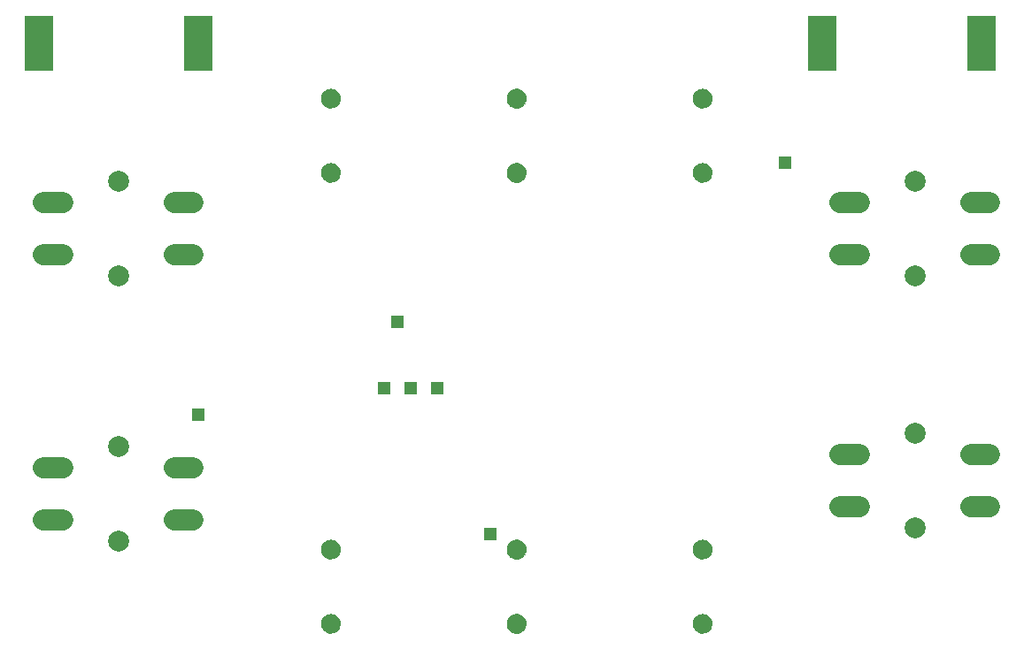
<source format=gts>
G75*
%MOIN*%
%OFA0B0*%
%FSLAX25Y25*%
%IPPOS*%
%LPD*%
%AMOC8*
5,1,8,0,0,1.08239X$1,22.5*
%
%ADD10C,0.00500*%
%ADD11R,0.10800X0.20800*%
%ADD12C,0.07850*%
%ADD13C,0.07900*%
%ADD14R,0.04762X0.04762*%
D10*
X0135317Y0036104D02*
X0134865Y0036609D01*
X0134520Y0037191D01*
X0134296Y0037830D01*
X0134200Y0038500D01*
X0134257Y0039174D01*
X0134444Y0039824D01*
X0134754Y0040425D01*
X0135175Y0040954D01*
X0135692Y0041391D01*
X0136284Y0041718D01*
X0136928Y0041924D01*
X0137600Y0042000D01*
X0138255Y0041945D01*
X0138886Y0041764D01*
X0139470Y0041463D01*
X0139983Y0041054D01*
X0140408Y0040553D01*
X0140726Y0039978D01*
X0140926Y0039353D01*
X0141000Y0038700D01*
X0140965Y0038043D01*
X0140803Y0037406D01*
X0140520Y0036813D01*
X0140126Y0036287D01*
X0139637Y0035847D01*
X0139071Y0035512D01*
X0138451Y0035293D01*
X0137800Y0035200D01*
X0137124Y0035237D01*
X0136468Y0035405D01*
X0135858Y0035698D01*
X0135317Y0036104D01*
X0135436Y0036015D02*
X0139824Y0036015D01*
X0140296Y0036514D02*
X0134950Y0036514D01*
X0134626Y0037012D02*
X0140615Y0037012D01*
X0140830Y0037511D02*
X0134408Y0037511D01*
X0134270Y0038009D02*
X0140957Y0038009D01*
X0140990Y0038508D02*
X0134201Y0038508D01*
X0134243Y0039006D02*
X0140965Y0039006D01*
X0140877Y0039505D02*
X0134352Y0039505D01*
X0134536Y0040003D02*
X0140712Y0040003D01*
X0140436Y0040502D02*
X0134815Y0040502D01*
X0135230Y0041000D02*
X0140029Y0041000D01*
X0139401Y0041499D02*
X0135887Y0041499D01*
X0137576Y0041997D02*
X0137633Y0041997D01*
X0136236Y0035517D02*
X0139079Y0035517D01*
X0137800Y0063200D02*
X0137124Y0063237D01*
X0136468Y0063405D01*
X0135858Y0063698D01*
X0135317Y0064104D01*
X0134865Y0064609D01*
X0134520Y0065191D01*
X0134296Y0065830D01*
X0134200Y0066500D01*
X0134257Y0067174D01*
X0134444Y0067824D01*
X0134754Y0068425D01*
X0135175Y0068954D01*
X0135692Y0069391D01*
X0136284Y0069718D01*
X0136928Y0069924D01*
X0137600Y0070000D01*
X0138255Y0069945D01*
X0138886Y0069764D01*
X0139470Y0069463D01*
X0139983Y0069054D01*
X0140408Y0068553D01*
X0140726Y0067978D01*
X0140926Y0067353D01*
X0141000Y0066700D01*
X0140965Y0066043D01*
X0140803Y0065406D01*
X0140520Y0064813D01*
X0140126Y0064287D01*
X0139637Y0063847D01*
X0139071Y0063512D01*
X0138451Y0063293D01*
X0137800Y0063200D01*
X0138848Y0063433D02*
X0136410Y0063433D01*
X0135547Y0063932D02*
X0139731Y0063932D01*
X0140233Y0064430D02*
X0135025Y0064430D01*
X0134675Y0064929D02*
X0140575Y0064929D01*
X0140809Y0065427D02*
X0134437Y0065427D01*
X0134282Y0065926D02*
X0140935Y0065926D01*
X0140985Y0066424D02*
X0134211Y0066424D01*
X0134236Y0066923D02*
X0140975Y0066923D01*
X0140904Y0067421D02*
X0134328Y0067421D01*
X0134493Y0067920D02*
X0140745Y0067920D01*
X0140482Y0068418D02*
X0134750Y0068418D01*
X0135146Y0068917D02*
X0140100Y0068917D01*
X0139530Y0069415D02*
X0135736Y0069415D01*
X0136897Y0069914D02*
X0138364Y0069914D01*
X0204200Y0066500D02*
X0204274Y0065847D01*
X0204474Y0065222D01*
X0204792Y0064647D01*
X0205217Y0064146D01*
X0205730Y0063737D01*
X0206314Y0063436D01*
X0206945Y0063255D01*
X0207600Y0063200D01*
X0208272Y0063276D01*
X0208916Y0063482D01*
X0209508Y0063809D01*
X0210025Y0064246D01*
X0210446Y0064775D01*
X0210756Y0065376D01*
X0210943Y0066026D01*
X0211000Y0066700D01*
X0210904Y0067370D01*
X0210680Y0068009D01*
X0210335Y0068591D01*
X0209883Y0069096D01*
X0209342Y0069502D01*
X0208732Y0069795D01*
X0208076Y0069963D01*
X0207400Y0070000D01*
X0206749Y0069907D01*
X0206129Y0069688D01*
X0205563Y0069353D01*
X0205074Y0068913D01*
X0204680Y0068387D01*
X0204397Y0067794D01*
X0204235Y0067157D01*
X0204200Y0066500D01*
X0204209Y0066424D02*
X0210977Y0066424D01*
X0210968Y0066923D02*
X0204222Y0066923D01*
X0204302Y0067421D02*
X0210886Y0067421D01*
X0210711Y0067920D02*
X0204457Y0067920D01*
X0204704Y0068418D02*
X0210438Y0068418D01*
X0210044Y0068917D02*
X0205078Y0068917D01*
X0205669Y0069415D02*
X0209457Y0069415D01*
X0208267Y0069914D02*
X0206799Y0069914D01*
X0204265Y0065926D02*
X0210915Y0065926D01*
X0210771Y0065427D02*
X0204408Y0065427D01*
X0204636Y0064929D02*
X0210526Y0064929D01*
X0210172Y0064430D02*
X0204976Y0064430D01*
X0205485Y0063932D02*
X0209653Y0063932D01*
X0208764Y0063433D02*
X0206323Y0063433D01*
X0207400Y0042000D02*
X0208076Y0041963D01*
X0208732Y0041795D01*
X0209342Y0041502D01*
X0209883Y0041096D01*
X0210335Y0040591D01*
X0210680Y0040009D01*
X0210904Y0039370D01*
X0211000Y0038700D01*
X0210943Y0038026D01*
X0210756Y0037376D01*
X0210446Y0036775D01*
X0210025Y0036246D01*
X0209508Y0035809D01*
X0208916Y0035482D01*
X0208272Y0035276D01*
X0207600Y0035200D01*
X0206945Y0035255D01*
X0206314Y0035436D01*
X0205730Y0035737D01*
X0205217Y0036146D01*
X0204792Y0036647D01*
X0204474Y0037222D01*
X0204274Y0037847D01*
X0204200Y0038500D01*
X0204235Y0039157D01*
X0204397Y0039794D01*
X0204680Y0040387D01*
X0205074Y0040913D01*
X0205563Y0041353D01*
X0206129Y0041688D01*
X0206749Y0041907D01*
X0207400Y0042000D01*
X0207381Y0041997D02*
X0207450Y0041997D01*
X0205809Y0041499D02*
X0209346Y0041499D01*
X0209969Y0041000D02*
X0205171Y0041000D01*
X0204766Y0040502D02*
X0210388Y0040502D01*
X0210682Y0040003D02*
X0204497Y0040003D01*
X0204323Y0039505D02*
X0210857Y0039505D01*
X0210956Y0039006D02*
X0204227Y0039006D01*
X0204200Y0038508D02*
X0210984Y0038508D01*
X0210939Y0038009D02*
X0204256Y0038009D01*
X0204382Y0037511D02*
X0210795Y0037511D01*
X0210569Y0037012D02*
X0204590Y0037012D01*
X0204905Y0036514D02*
X0210238Y0036514D01*
X0209752Y0036015D02*
X0205381Y0036015D01*
X0206158Y0035517D02*
X0208979Y0035517D01*
X0274200Y0038500D02*
X0274257Y0039174D01*
X0274444Y0039824D01*
X0274754Y0040425D01*
X0275175Y0040954D01*
X0275692Y0041391D01*
X0276284Y0041718D01*
X0276928Y0041924D01*
X0277600Y0042000D01*
X0278255Y0041945D01*
X0278886Y0041764D01*
X0279470Y0041463D01*
X0279983Y0041054D01*
X0280408Y0040553D01*
X0280726Y0039978D01*
X0280926Y0039353D01*
X0281000Y0038700D01*
X0280965Y0038043D01*
X0280803Y0037406D01*
X0280520Y0036813D01*
X0280126Y0036287D01*
X0279637Y0035847D01*
X0279071Y0035512D01*
X0278451Y0035293D01*
X0277800Y0035200D01*
X0277124Y0035237D01*
X0276468Y0035405D01*
X0275858Y0035698D01*
X0275317Y0036104D01*
X0274865Y0036609D01*
X0274520Y0037191D01*
X0274296Y0037830D01*
X0274200Y0038500D01*
X0274201Y0038508D02*
X0280990Y0038508D01*
X0280965Y0039006D02*
X0274243Y0039006D01*
X0274352Y0039505D02*
X0280877Y0039505D01*
X0280712Y0040003D02*
X0274536Y0040003D01*
X0274815Y0040502D02*
X0280436Y0040502D01*
X0280029Y0041000D02*
X0275230Y0041000D01*
X0275887Y0041499D02*
X0279401Y0041499D01*
X0277633Y0041997D02*
X0277576Y0041997D01*
X0274270Y0038009D02*
X0280957Y0038009D01*
X0280830Y0037511D02*
X0274408Y0037511D01*
X0274626Y0037012D02*
X0280615Y0037012D01*
X0280296Y0036514D02*
X0274950Y0036514D01*
X0275436Y0036015D02*
X0279824Y0036015D01*
X0279079Y0035517D02*
X0276236Y0035517D01*
X0277800Y0063200D02*
X0277124Y0063237D01*
X0276468Y0063405D01*
X0275858Y0063698D01*
X0275317Y0064104D01*
X0274865Y0064609D01*
X0274520Y0065191D01*
X0274296Y0065830D01*
X0274200Y0066500D01*
X0274257Y0067174D01*
X0274444Y0067824D01*
X0274754Y0068425D01*
X0275175Y0068954D01*
X0275692Y0069391D01*
X0276284Y0069718D01*
X0276928Y0069924D01*
X0277600Y0070000D01*
X0278255Y0069945D01*
X0278886Y0069764D01*
X0279470Y0069463D01*
X0279983Y0069054D01*
X0280408Y0068553D01*
X0280726Y0067978D01*
X0280926Y0067353D01*
X0281000Y0066700D01*
X0280965Y0066043D01*
X0280803Y0065406D01*
X0280520Y0064813D01*
X0280126Y0064287D01*
X0279637Y0063847D01*
X0279071Y0063512D01*
X0278451Y0063293D01*
X0277800Y0063200D01*
X0278848Y0063433D02*
X0276410Y0063433D01*
X0275547Y0063932D02*
X0279731Y0063932D01*
X0280233Y0064430D02*
X0275025Y0064430D01*
X0274675Y0064929D02*
X0280575Y0064929D01*
X0280809Y0065427D02*
X0274437Y0065427D01*
X0274282Y0065926D02*
X0280935Y0065926D01*
X0280985Y0066424D02*
X0274211Y0066424D01*
X0274236Y0066923D02*
X0280975Y0066923D01*
X0280904Y0067421D02*
X0274328Y0067421D01*
X0274493Y0067920D02*
X0280745Y0067920D01*
X0280482Y0068418D02*
X0274750Y0068418D01*
X0275146Y0068917D02*
X0280100Y0068917D01*
X0279530Y0069415D02*
X0275736Y0069415D01*
X0276897Y0069914D02*
X0278364Y0069914D01*
X0277800Y0205200D02*
X0277124Y0205237D01*
X0276468Y0205405D01*
X0275858Y0205698D01*
X0275317Y0206104D01*
X0274865Y0206609D01*
X0274520Y0207191D01*
X0274296Y0207830D01*
X0274200Y0208500D01*
X0274257Y0209174D01*
X0274444Y0209824D01*
X0274754Y0210425D01*
X0275175Y0210954D01*
X0275692Y0211391D01*
X0276284Y0211718D01*
X0276928Y0211924D01*
X0277600Y0212000D01*
X0278255Y0211945D01*
X0278886Y0211764D01*
X0279470Y0211463D01*
X0279983Y0211054D01*
X0280408Y0210553D01*
X0280726Y0209978D01*
X0280926Y0209353D01*
X0281000Y0208700D01*
X0280965Y0208043D01*
X0280803Y0207406D01*
X0280520Y0206813D01*
X0280126Y0206287D01*
X0279637Y0205847D01*
X0279071Y0205512D01*
X0278451Y0205293D01*
X0277800Y0205200D01*
X0279063Y0205509D02*
X0276252Y0205509D01*
X0275446Y0206008D02*
X0279815Y0206008D01*
X0280290Y0206506D02*
X0274957Y0206506D01*
X0274630Y0207005D02*
X0280611Y0207005D01*
X0280828Y0207503D02*
X0274410Y0207503D01*
X0274271Y0208002D02*
X0280955Y0208002D01*
X0280989Y0208500D02*
X0274200Y0208500D01*
X0274242Y0208999D02*
X0280966Y0208999D01*
X0280880Y0209497D02*
X0274350Y0209497D01*
X0274532Y0209996D02*
X0280716Y0209996D01*
X0280440Y0210494D02*
X0274809Y0210494D01*
X0275221Y0210993D02*
X0280036Y0210993D01*
X0279415Y0211491D02*
X0275873Y0211491D01*
X0277509Y0211990D02*
X0277724Y0211990D01*
X0277800Y0233200D02*
X0277124Y0233237D01*
X0276468Y0233405D01*
X0275858Y0233698D01*
X0275317Y0234104D01*
X0274865Y0234609D01*
X0274520Y0235191D01*
X0274296Y0235830D01*
X0274200Y0236500D01*
X0274257Y0237174D01*
X0274444Y0237824D01*
X0274754Y0238425D01*
X0275175Y0238954D01*
X0275692Y0239391D01*
X0276284Y0239718D01*
X0276928Y0239924D01*
X0277600Y0240000D01*
X0278255Y0239945D01*
X0278886Y0239764D01*
X0279470Y0239463D01*
X0279983Y0239054D01*
X0280408Y0238553D01*
X0280726Y0237978D01*
X0280926Y0237353D01*
X0281000Y0236700D01*
X0280965Y0236043D01*
X0280803Y0235406D01*
X0280520Y0234813D01*
X0280126Y0234287D01*
X0279637Y0233847D01*
X0279071Y0233512D01*
X0278451Y0233293D01*
X0277800Y0233200D01*
X0278827Y0233426D02*
X0276426Y0233426D01*
X0275557Y0233924D02*
X0279722Y0233924D01*
X0280228Y0234423D02*
X0275031Y0234423D01*
X0274680Y0234921D02*
X0280571Y0234921D01*
X0280807Y0235420D02*
X0274440Y0235420D01*
X0274283Y0235918D02*
X0280933Y0235918D01*
X0280985Y0236417D02*
X0274212Y0236417D01*
X0274235Y0236915D02*
X0280976Y0236915D01*
X0280906Y0237414D02*
X0274326Y0237414D01*
X0274489Y0237912D02*
X0280747Y0237912D01*
X0280486Y0238411D02*
X0274746Y0238411D01*
X0275140Y0238909D02*
X0280106Y0238909D01*
X0279539Y0239408D02*
X0275723Y0239408D01*
X0276873Y0239906D02*
X0278391Y0239906D01*
X0211000Y0236700D02*
X0210943Y0236026D01*
X0210756Y0235376D01*
X0210446Y0234775D01*
X0210025Y0234246D01*
X0209508Y0233809D01*
X0208916Y0233482D01*
X0208272Y0233276D01*
X0207600Y0233200D01*
X0206945Y0233255D01*
X0206314Y0233436D01*
X0205730Y0233737D01*
X0205217Y0234146D01*
X0204792Y0234647D01*
X0204474Y0235222D01*
X0204274Y0235847D01*
X0204200Y0236500D01*
X0204235Y0237157D01*
X0204397Y0237794D01*
X0204680Y0238387D01*
X0205074Y0238913D01*
X0205563Y0239353D01*
X0206129Y0239688D01*
X0206749Y0239907D01*
X0207400Y0240000D01*
X0208076Y0239963D01*
X0208732Y0239795D01*
X0209342Y0239502D01*
X0209883Y0239096D01*
X0210335Y0238591D01*
X0210680Y0238009D01*
X0210904Y0237370D01*
X0211000Y0236700D01*
X0210969Y0236915D02*
X0204222Y0236915D01*
X0204209Y0236417D02*
X0210976Y0236417D01*
X0210912Y0235918D02*
X0204266Y0235918D01*
X0204411Y0235420D02*
X0210769Y0235420D01*
X0210522Y0234921D02*
X0204641Y0234921D01*
X0204982Y0234423D02*
X0210166Y0234423D01*
X0209644Y0233924D02*
X0205495Y0233924D01*
X0206350Y0233426D02*
X0208740Y0233426D01*
X0210889Y0237414D02*
X0204300Y0237414D01*
X0204453Y0237912D02*
X0210714Y0237912D01*
X0210442Y0238411D02*
X0204698Y0238411D01*
X0205071Y0238909D02*
X0210050Y0238909D01*
X0209467Y0239408D02*
X0205656Y0239408D01*
X0206748Y0239906D02*
X0208297Y0239906D01*
X0207400Y0212000D02*
X0208076Y0211963D01*
X0208732Y0211795D01*
X0209342Y0211502D01*
X0209883Y0211096D01*
X0210335Y0210591D01*
X0210680Y0210009D01*
X0210904Y0209370D01*
X0211000Y0208700D01*
X0210943Y0208026D01*
X0210756Y0207376D01*
X0210446Y0206775D01*
X0210025Y0206246D01*
X0209508Y0205809D01*
X0208916Y0205482D01*
X0208272Y0205276D01*
X0207600Y0205200D01*
X0206945Y0205255D01*
X0206314Y0205436D01*
X0205730Y0205737D01*
X0205217Y0206146D01*
X0204792Y0206647D01*
X0204474Y0207222D01*
X0204274Y0207847D01*
X0204200Y0208500D01*
X0204235Y0209157D01*
X0204397Y0209794D01*
X0204680Y0210387D01*
X0205074Y0210913D01*
X0205563Y0211353D01*
X0206129Y0211688D01*
X0206749Y0211907D01*
X0207400Y0212000D01*
X0207328Y0211990D02*
X0207589Y0211990D01*
X0209356Y0211491D02*
X0205797Y0211491D01*
X0205162Y0210993D02*
X0209976Y0210993D01*
X0210393Y0210494D02*
X0204761Y0210494D01*
X0204493Y0209996D02*
X0210685Y0209996D01*
X0210860Y0209497D02*
X0204321Y0209497D01*
X0204226Y0208999D02*
X0210957Y0208999D01*
X0210983Y0208500D02*
X0204200Y0208500D01*
X0204257Y0208002D02*
X0210936Y0208002D01*
X0210793Y0207503D02*
X0204384Y0207503D01*
X0204594Y0207005D02*
X0210565Y0207005D01*
X0210232Y0206506D02*
X0204912Y0206506D01*
X0205390Y0206008D02*
X0209743Y0206008D01*
X0208965Y0205509D02*
X0206172Y0205509D01*
X0141000Y0208700D02*
X0140926Y0209353D01*
X0140726Y0209978D01*
X0140408Y0210553D01*
X0139983Y0211054D01*
X0139470Y0211463D01*
X0138886Y0211764D01*
X0138255Y0211945D01*
X0137600Y0212000D01*
X0136928Y0211924D01*
X0136284Y0211718D01*
X0135692Y0211391D01*
X0135175Y0210954D01*
X0134754Y0210425D01*
X0134444Y0209824D01*
X0134257Y0209174D01*
X0134200Y0208500D01*
X0134296Y0207830D01*
X0134520Y0207191D01*
X0134865Y0206609D01*
X0135317Y0206104D01*
X0135858Y0205698D01*
X0136468Y0205405D01*
X0137124Y0205237D01*
X0137800Y0205200D01*
X0138451Y0205293D01*
X0139071Y0205512D01*
X0139637Y0205847D01*
X0140126Y0206287D01*
X0140520Y0206813D01*
X0140803Y0207406D01*
X0140965Y0208043D01*
X0141000Y0208700D01*
X0140989Y0208500D02*
X0134200Y0208500D01*
X0134242Y0208999D02*
X0140966Y0208999D01*
X0140880Y0209497D02*
X0134350Y0209497D01*
X0134532Y0209996D02*
X0140716Y0209996D01*
X0140440Y0210494D02*
X0134809Y0210494D01*
X0135221Y0210993D02*
X0140036Y0210993D01*
X0139415Y0211491D02*
X0135873Y0211491D01*
X0137509Y0211990D02*
X0137724Y0211990D01*
X0140955Y0208002D02*
X0134271Y0208002D01*
X0134410Y0207503D02*
X0140828Y0207503D01*
X0140611Y0207005D02*
X0134630Y0207005D01*
X0134957Y0206506D02*
X0140290Y0206506D01*
X0139815Y0206008D02*
X0135446Y0206008D01*
X0136252Y0205509D02*
X0139063Y0205509D01*
X0137800Y0233200D02*
X0137124Y0233237D01*
X0136468Y0233405D01*
X0135858Y0233698D01*
X0135317Y0234104D01*
X0134865Y0234609D01*
X0134520Y0235191D01*
X0134296Y0235830D01*
X0134200Y0236500D01*
X0134257Y0237174D01*
X0134444Y0237824D01*
X0134754Y0238425D01*
X0135175Y0238954D01*
X0135692Y0239391D01*
X0136284Y0239718D01*
X0136928Y0239924D01*
X0137600Y0240000D01*
X0138255Y0239945D01*
X0138886Y0239764D01*
X0139470Y0239463D01*
X0139983Y0239054D01*
X0140408Y0238553D01*
X0140726Y0237978D01*
X0140926Y0237353D01*
X0141000Y0236700D01*
X0140965Y0236043D01*
X0140803Y0235406D01*
X0140520Y0234813D01*
X0140126Y0234287D01*
X0139637Y0233847D01*
X0139071Y0233512D01*
X0138451Y0233293D01*
X0137800Y0233200D01*
X0138827Y0233426D02*
X0136426Y0233426D01*
X0135557Y0233924D02*
X0139722Y0233924D01*
X0140228Y0234423D02*
X0135031Y0234423D01*
X0134680Y0234921D02*
X0140571Y0234921D01*
X0140807Y0235420D02*
X0134440Y0235420D01*
X0134283Y0235918D02*
X0140933Y0235918D01*
X0140985Y0236417D02*
X0134212Y0236417D01*
X0134235Y0236915D02*
X0140976Y0236915D01*
X0140906Y0237414D02*
X0134326Y0237414D01*
X0134489Y0237912D02*
X0140747Y0237912D01*
X0140486Y0238411D02*
X0134746Y0238411D01*
X0135140Y0238909D02*
X0140106Y0238909D01*
X0139539Y0239408D02*
X0135723Y0239408D01*
X0136873Y0239906D02*
X0138391Y0239906D01*
D11*
X0087600Y0257600D03*
X0027600Y0257600D03*
X0322600Y0257600D03*
X0382600Y0257600D03*
D12*
X0385725Y0197400D02*
X0378675Y0197400D01*
X0378675Y0177800D02*
X0385725Y0177800D01*
X0336525Y0177800D02*
X0329475Y0177800D01*
X0329475Y0197400D02*
X0336525Y0197400D01*
X0336525Y0102400D02*
X0329475Y0102400D01*
X0329475Y0082800D02*
X0336525Y0082800D01*
X0378675Y0082800D02*
X0385725Y0082800D01*
X0385725Y0102400D02*
X0378675Y0102400D01*
X0085725Y0097400D02*
X0078675Y0097400D01*
X0078675Y0077800D02*
X0085725Y0077800D01*
X0036525Y0077800D02*
X0029475Y0077800D01*
X0029475Y0097400D02*
X0036525Y0097400D01*
X0036525Y0177800D02*
X0029475Y0177800D01*
X0029475Y0197400D02*
X0036525Y0197400D01*
X0078675Y0197400D02*
X0085725Y0197400D01*
X0085725Y0177800D02*
X0078675Y0177800D01*
D13*
X0057600Y0069900D03*
X0057600Y0105300D03*
X0057600Y0169900D03*
X0057600Y0205300D03*
X0357600Y0205300D03*
X0357600Y0169900D03*
X0357600Y0110300D03*
X0357600Y0074900D03*
D14*
X0197600Y0072600D03*
X0177600Y0127600D03*
X0167600Y0127600D03*
X0157600Y0127600D03*
X0162600Y0152600D03*
X0087600Y0117600D03*
X0087600Y0257600D03*
X0027600Y0257600D03*
X0308571Y0212600D03*
X0322600Y0257600D03*
X0382600Y0257600D03*
M02*

</source>
